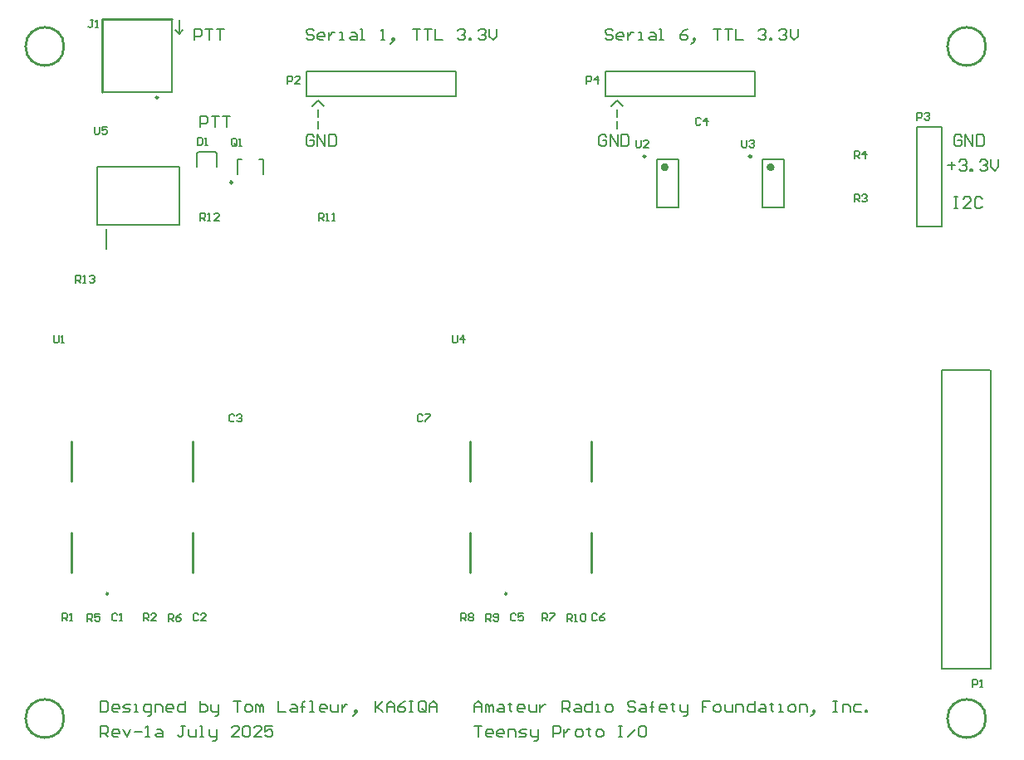
<source format=gto>
G04*
G04 #@! TF.GenerationSoftware,Altium Limited,Altium Designer,19.1.8 (144)*
G04*
G04 Layer_Color=65535*
%FSLAX25Y25*%
%MOIN*%
G70*
G01*
G75*
%ADD10C,0.00984*%
%ADD11C,0.01000*%
%ADD12C,0.01575*%
%ADD13C,0.00787*%
%ADD14C,0.00500*%
%ADD15C,0.00800*%
D10*
X60492Y264500D02*
G03*
X60492Y264500I-492J0D01*
G01*
X90315Y230374D02*
G03*
X90315Y230374I-492J0D01*
G01*
X256142Y240846D02*
G03*
X256142Y240846I-492J0D01*
G01*
X298642D02*
G03*
X298642Y240846I-492J0D01*
G01*
D11*
X200351Y65106D02*
G03*
X200351Y65106I-323J0D01*
G01*
X392703Y285000D02*
G03*
X392703Y285000I-7703J0D01*
G01*
X22703D02*
G03*
X22703Y285000I-7703J0D01*
G01*
X392703Y15000D02*
G03*
X392703Y15000I-7703J0D01*
G01*
X22703D02*
G03*
X22703Y15000I-7703J0D01*
G01*
X40351Y65106D02*
G03*
X40351Y65106I-323J0D01*
G01*
X37996Y266800D02*
Y295973D01*
X65905Y296000D01*
X234409Y73622D02*
Y89764D01*
Y110236D02*
Y126378D01*
X185591Y73622D02*
Y89764D01*
Y110236D02*
Y126378D01*
X25591Y110236D02*
Y126378D01*
Y73622D02*
Y89764D01*
X74409Y110236D02*
Y126378D01*
Y73622D02*
Y89764D01*
D12*
X264606Y236496D02*
G03*
X264606Y236496I-787J0D01*
G01*
X307106D02*
G03*
X307106Y236496I-787J0D01*
G01*
D13*
X83900Y236582D02*
Y241900D01*
X83300Y242500D02*
X83900Y241900D01*
X76120Y236641D02*
Y241920D01*
X76700Y242500D01*
X83300D01*
X65905Y266800D02*
Y296000D01*
X38000Y266800D02*
X65905D01*
X68937Y290138D02*
X70433Y291634D01*
X67441D02*
X68937Y290138D01*
Y295689D01*
X365000Y212500D02*
X375000D01*
X365000D02*
Y252500D01*
X375000Y212500D02*
Y252500D01*
X365000D02*
X375000D01*
X240000Y265000D02*
X300000D01*
X240000Y275000D02*
X300000D01*
X240000Y265000D02*
Y275000D01*
X300000Y265000D02*
Y275000D01*
X102618Y233819D02*
Y239626D01*
X92382Y233819D02*
Y239626D01*
X94154D01*
X100846D02*
X102618D01*
X36004Y213189D02*
Y236811D01*
X68996D01*
Y213189D02*
Y236811D01*
X36004Y213189D02*
X68996D01*
X39547Y203740D02*
Y211811D01*
X375000Y35000D02*
Y154970D01*
Y35000D02*
X385000D01*
X375000Y154970D02*
X394500D01*
X394576Y34970D02*
Y155000D01*
X384576Y34970D02*
X394576D01*
X260669Y220354D02*
Y239646D01*
X269331Y220354D02*
Y239646D01*
X260669D02*
X269331D01*
X260669Y220354D02*
X269331D01*
X303169D02*
Y239646D01*
X311831Y220354D02*
Y239646D01*
X303169D02*
X311831D01*
X303169Y220354D02*
X311831D01*
X120000Y265000D02*
X180000D01*
X120000Y275000D02*
X180000D01*
X120000Y265000D02*
Y275000D01*
X180000Y265000D02*
Y275000D01*
D14*
X76200Y248439D02*
Y245440D01*
X77700D01*
X78199Y245940D01*
Y247939D01*
X77700Y248439D01*
X76200D01*
X79199Y245440D02*
X80199D01*
X79699D01*
Y248439D01*
X79199Y247939D01*
X34499Y295499D02*
X33500D01*
X33999D01*
Y293000D01*
X33500Y292500D01*
X33000D01*
X32500Y293000D01*
X35499Y292500D02*
X36499D01*
X35999D01*
Y295499D01*
X35499Y294999D01*
X365100Y255400D02*
Y258399D01*
X366599D01*
X367099Y257899D01*
Y256899D01*
X366599Y256400D01*
X365100D01*
X368099Y257899D02*
X368599Y258399D01*
X369599D01*
X370098Y257899D01*
Y257399D01*
X369599Y256899D01*
X369099D01*
X369599D01*
X370098Y256400D01*
Y255900D01*
X369599Y255400D01*
X368599D01*
X368099Y255900D01*
X232500Y270000D02*
Y272999D01*
X233999D01*
X234499Y272499D01*
Y271499D01*
X233999Y271000D01*
X232500D01*
X236999Y270000D02*
Y272999D01*
X235499Y271499D01*
X237498D01*
X91999Y245500D02*
Y247499D01*
X91500Y247999D01*
X90500D01*
X90000Y247499D01*
Y245500D01*
X90500Y245000D01*
X91500D01*
X91000Y246000D02*
X91999Y245000D01*
X91500D02*
X91999Y245500D01*
X92999Y245000D02*
X93999D01*
X93499D01*
Y247999D01*
X92999Y247499D01*
X27500Y190000D02*
Y192999D01*
X29000D01*
X29499Y192499D01*
Y191499D01*
X29000Y191000D01*
X27500D01*
X28500D02*
X29499Y190000D01*
X30499D02*
X31499D01*
X30999D01*
Y192999D01*
X30499Y192499D01*
X32998D02*
X33498Y192999D01*
X34498D01*
X34998Y192499D01*
Y191999D01*
X34498Y191499D01*
X33998D01*
X34498D01*
X34998Y191000D01*
Y190500D01*
X34498Y190000D01*
X33498D01*
X32998Y190500D01*
X178600Y168899D02*
Y166400D01*
X179100Y165900D01*
X180099D01*
X180599Y166400D01*
Y168899D01*
X183099Y165900D02*
Y168899D01*
X181599Y167400D01*
X183598D01*
X34900Y252799D02*
Y250300D01*
X35400Y249800D01*
X36399D01*
X36899Y250300D01*
Y252799D01*
X39898D02*
X37899D01*
Y251300D01*
X38899Y251799D01*
X39399D01*
X39898Y251300D01*
Y250300D01*
X39399Y249800D01*
X38399D01*
X37899Y250300D01*
X387500Y27500D02*
Y30499D01*
X389000D01*
X389499Y29999D01*
Y29000D01*
X389000Y28500D01*
X387500D01*
X390499Y27500D02*
X391499D01*
X390999D01*
Y30499D01*
X390499Y29999D01*
X252250Y247349D02*
Y244850D01*
X252750Y244350D01*
X253749D01*
X254249Y244850D01*
Y247349D01*
X257248Y244350D02*
X255249D01*
X257248Y246349D01*
Y246849D01*
X256749Y247349D01*
X255749D01*
X255249Y246849D01*
X294750Y247349D02*
Y244850D01*
X295250Y244350D01*
X296250D01*
X296749Y244850D01*
Y247349D01*
X297749Y246849D02*
X298249Y247349D01*
X299249D01*
X299748Y246849D01*
Y246349D01*
X299249Y245849D01*
X298749D01*
X299249D01*
X299748Y245350D01*
Y244850D01*
X299249Y244350D01*
X298249D01*
X297749Y244850D01*
X224650Y54150D02*
Y57149D01*
X226150D01*
X226649Y56649D01*
Y55650D01*
X226150Y55150D01*
X224650D01*
X225650D02*
X226649Y54150D01*
X227649D02*
X228649D01*
X228149D01*
Y57149D01*
X227649Y56649D01*
X230148D02*
X230648Y57149D01*
X231648D01*
X232148Y56649D01*
Y54650D01*
X231648Y54150D01*
X230648D01*
X230148Y54650D01*
Y56649D01*
X112500Y270000D02*
Y272999D01*
X113999D01*
X114499Y272499D01*
Y271499D01*
X113999Y271000D01*
X112500D01*
X117498Y270000D02*
X115499D01*
X117498Y271999D01*
Y272499D01*
X116999Y272999D01*
X115999D01*
X115499Y272499D01*
X125000Y215000D02*
Y217999D01*
X126499D01*
X126999Y217499D01*
Y216499D01*
X126499Y216000D01*
X125000D01*
X126000D02*
X126999Y215000D01*
X127999D02*
X128999D01*
X128499D01*
Y217999D01*
X127999Y217499D01*
X130498Y215000D02*
X131498D01*
X130998D01*
Y217999D01*
X130498Y217499D01*
X77500Y215000D02*
Y217999D01*
X79000D01*
X79499Y217499D01*
Y216499D01*
X79000Y216000D01*
X77500D01*
X78500D02*
X79499Y215000D01*
X80499D02*
X81499D01*
X80999D01*
Y217999D01*
X80499Y217499D01*
X84998Y215000D02*
X82998D01*
X84998Y216999D01*
Y217499D01*
X84498Y217999D01*
X83498D01*
X82998Y217499D01*
X340000Y240000D02*
Y242999D01*
X341499D01*
X341999Y242499D01*
Y241499D01*
X341499Y241000D01*
X340000D01*
X341000D02*
X341999Y240000D01*
X344498D02*
Y242999D01*
X342999Y241499D01*
X344998D01*
X340000Y222500D02*
Y225499D01*
X341499D01*
X341999Y224999D01*
Y224000D01*
X341499Y223500D01*
X340000D01*
X341000D02*
X341999Y222500D01*
X342999Y224999D02*
X343499Y225499D01*
X344498D01*
X344998Y224999D01*
Y224499D01*
X344498Y224000D01*
X343999D01*
X344498D01*
X344998Y223500D01*
Y223000D01*
X344498Y222500D01*
X343499D01*
X342999Y223000D01*
X32150Y54150D02*
Y57149D01*
X33650D01*
X34149Y56649D01*
Y55650D01*
X33650Y55150D01*
X32150D01*
X33150D02*
X34149Y54150D01*
X37148Y57149D02*
X35149D01*
Y55650D01*
X36149Y56149D01*
X36649D01*
X37148Y55650D01*
Y54650D01*
X36649Y54150D01*
X35649D01*
X35149Y54650D01*
X64650Y54150D02*
Y57149D01*
X66149D01*
X66649Y56649D01*
Y55650D01*
X66149Y55150D01*
X64650D01*
X65650D02*
X66649Y54150D01*
X69648Y57149D02*
X68649Y56649D01*
X67649Y55650D01*
Y54650D01*
X68149Y54150D01*
X69149D01*
X69648Y54650D01*
Y55150D01*
X69149Y55650D01*
X67649D01*
X192150Y54150D02*
Y57149D01*
X193649D01*
X194149Y56649D01*
Y55650D01*
X193649Y55150D01*
X192150D01*
X193150D02*
X194149Y54150D01*
X195149Y54650D02*
X195649Y54150D01*
X196649D01*
X197148Y54650D01*
Y56649D01*
X196649Y57149D01*
X195649D01*
X195149Y56649D01*
Y56149D01*
X195649Y55650D01*
X197148D01*
X18600Y168899D02*
Y166400D01*
X19100Y165900D01*
X20099D01*
X20599Y166400D01*
Y168899D01*
X21599Y165900D02*
X22599D01*
X22099D01*
Y168899D01*
X21599Y168399D01*
X182100Y54200D02*
Y57199D01*
X183599D01*
X184099Y56699D01*
Y55699D01*
X183599Y55200D01*
X182100D01*
X183100D02*
X184099Y54200D01*
X185099Y56699D02*
X185599Y57199D01*
X186599D01*
X187098Y56699D01*
Y56199D01*
X186599Y55699D01*
X187098Y55200D01*
Y54700D01*
X186599Y54200D01*
X185599D01*
X185099Y54700D01*
Y55200D01*
X185599Y55699D01*
X185099Y56199D01*
Y56699D01*
X185599Y55699D02*
X186599D01*
X214600Y54200D02*
Y57199D01*
X216100D01*
X216599Y56699D01*
Y55699D01*
X216100Y55200D01*
X214600D01*
X215600D02*
X216599Y54200D01*
X217599Y57199D02*
X219598D01*
Y56699D01*
X217599Y54700D01*
Y54200D01*
X54600D02*
Y57199D01*
X56099D01*
X56599Y56699D01*
Y55699D01*
X56099Y55200D01*
X54600D01*
X55600D02*
X56599Y54200D01*
X59598D02*
X57599D01*
X59598Y56199D01*
Y56699D01*
X59099Y57199D01*
X58099D01*
X57599Y56699D01*
X22100Y54200D02*
Y57199D01*
X23599D01*
X24099Y56699D01*
Y55699D01*
X23599Y55200D01*
X22100D01*
X23100D02*
X24099Y54200D01*
X25099D02*
X26099D01*
X25599D01*
Y57199D01*
X25099Y56699D01*
X166599Y136699D02*
X166100Y137199D01*
X165100D01*
X164600Y136699D01*
Y134700D01*
X165100Y134200D01*
X166100D01*
X166599Y134700D01*
X167599Y137199D02*
X169598D01*
Y136699D01*
X167599Y134700D01*
Y134200D01*
X236599Y56699D02*
X236100Y57199D01*
X235100D01*
X234600Y56699D01*
Y54700D01*
X235100Y54200D01*
X236100D01*
X236599Y54700D01*
X239598Y57199D02*
X238599Y56699D01*
X237599Y55699D01*
Y54700D01*
X238099Y54200D01*
X239099D01*
X239598Y54700D01*
Y55200D01*
X239099Y55699D01*
X237599D01*
X204099Y56699D02*
X203600Y57199D01*
X202600D01*
X202100Y56699D01*
Y54700D01*
X202600Y54200D01*
X203600D01*
X204099Y54700D01*
X207098Y57199D02*
X205099D01*
Y55699D01*
X206099Y56199D01*
X206598D01*
X207098Y55699D01*
Y54700D01*
X206598Y54200D01*
X205599D01*
X205099Y54700D01*
X278299Y255899D02*
X277800Y256399D01*
X276800D01*
X276300Y255899D01*
Y253900D01*
X276800Y253400D01*
X277800D01*
X278299Y253900D01*
X280799Y253400D02*
Y256399D01*
X279299Y254900D01*
X281298D01*
X91099Y136699D02*
X90600Y137199D01*
X89600D01*
X89100Y136699D01*
Y134700D01*
X89600Y134200D01*
X90600D01*
X91099Y134700D01*
X92099Y136699D02*
X92599Y137199D01*
X93599D01*
X94098Y136699D01*
Y136199D01*
X93599Y135699D01*
X93099D01*
X93599D01*
X94098Y135200D01*
Y134700D01*
X93599Y134200D01*
X92599D01*
X92099Y134700D01*
X76599Y56699D02*
X76099Y57199D01*
X75100D01*
X74600Y56699D01*
Y54700D01*
X75100Y54200D01*
X76099D01*
X76599Y54700D01*
X79598Y54200D02*
X77599D01*
X79598Y56199D01*
Y56699D01*
X79099Y57199D01*
X78099D01*
X77599Y56699D01*
X44099D02*
X43600Y57199D01*
X42600D01*
X42100Y56699D01*
Y54700D01*
X42600Y54200D01*
X43600D01*
X44099Y54700D01*
X45099Y54200D02*
X46099D01*
X45599D01*
Y57199D01*
X45099Y56699D01*
D15*
X75000Y287500D02*
Y291999D01*
X77249D01*
X77999Y291249D01*
Y289749D01*
X77249Y289000D01*
X75000D01*
X79499Y291999D02*
X82498D01*
X80998D01*
Y287500D01*
X83997Y291999D02*
X86996D01*
X85497D01*
Y287500D01*
X377500Y237249D02*
X380499D01*
X378999Y238749D02*
Y235750D01*
X381998Y238749D02*
X382748Y239498D01*
X384248D01*
X384998Y238749D01*
Y237999D01*
X384248Y237249D01*
X383498D01*
X384248D01*
X384998Y236500D01*
Y235750D01*
X384248Y235000D01*
X382748D01*
X381998Y235750D01*
X386497Y235000D02*
Y235750D01*
X387247D01*
Y235000D01*
X386497D01*
X390246Y238749D02*
X390996Y239498D01*
X392495D01*
X393245Y238749D01*
Y237999D01*
X392495Y237249D01*
X391745D01*
X392495D01*
X393245Y236500D01*
Y235750D01*
X392495Y235000D01*
X390996D01*
X390246Y235750D01*
X394744Y239498D02*
Y236500D01*
X396244Y235000D01*
X397744Y236500D01*
Y239498D01*
X382999Y248749D02*
X382249Y249499D01*
X380750D01*
X380000Y248749D01*
Y245750D01*
X380750Y245000D01*
X382249D01*
X382999Y245750D01*
Y247249D01*
X381500D01*
X384499Y245000D02*
Y249499D01*
X387498Y245000D01*
Y249499D01*
X388997D02*
Y245000D01*
X391246D01*
X391996Y245750D01*
Y248749D01*
X391246Y249499D01*
X388997D01*
X240499Y248749D02*
X239749Y249499D01*
X238250D01*
X237500Y248749D01*
Y245750D01*
X238250Y245000D01*
X239749D01*
X240499Y245750D01*
Y247249D01*
X239000D01*
X241999Y245000D02*
Y249499D01*
X244998Y245000D01*
Y249499D01*
X246497D02*
Y245000D01*
X248746D01*
X249496Y245750D01*
Y248749D01*
X248746Y249499D01*
X246497D01*
X122999Y248749D02*
X122249Y249499D01*
X120750D01*
X120000Y248749D01*
Y245750D01*
X120750Y245000D01*
X122249D01*
X122999Y245750D01*
Y247249D01*
X121500D01*
X124499Y245000D02*
Y249499D01*
X127498Y245000D01*
Y249499D01*
X128997D02*
Y245000D01*
X131246D01*
X131996Y245750D01*
Y248749D01*
X131246Y249499D01*
X128997D01*
X244751Y252000D02*
Y254999D01*
Y256499D02*
Y259498D01*
X247000Y260997D02*
X244751Y263246D01*
X242501Y260997D01*
X124751Y252000D02*
Y254999D01*
Y256499D02*
Y259498D01*
X127000Y260997D02*
X124751Y263246D01*
X122501Y260997D01*
X187500Y11999D02*
X190499D01*
X188999D01*
Y7500D01*
X194248D02*
X192748D01*
X191999Y8250D01*
Y9749D01*
X192748Y10499D01*
X194248D01*
X194998Y9749D01*
Y8999D01*
X191999D01*
X198746Y7500D02*
X197247D01*
X196497Y8250D01*
Y9749D01*
X197247Y10499D01*
X198746D01*
X199496Y9749D01*
Y8999D01*
X196497D01*
X200996Y7500D02*
Y10499D01*
X203245D01*
X203995Y9749D01*
Y7500D01*
X205494D02*
X207744D01*
X208493Y8250D01*
X207744Y8999D01*
X206244D01*
X205494Y9749D01*
X206244Y10499D01*
X208493D01*
X209993D02*
Y8250D01*
X210742Y7500D01*
X212992D01*
Y6750D01*
X212242Y6001D01*
X211492D01*
X212992Y7500D02*
Y10499D01*
X218990Y7500D02*
Y11999D01*
X221239D01*
X221989Y11249D01*
Y9749D01*
X221239Y8999D01*
X218990D01*
X223488Y10499D02*
Y7500D01*
Y8999D01*
X224238Y9749D01*
X224988Y10499D01*
X225738D01*
X228737Y7500D02*
X230236D01*
X230986Y8250D01*
Y9749D01*
X230236Y10499D01*
X228737D01*
X227987Y9749D01*
Y8250D01*
X228737Y7500D01*
X233235Y11249D02*
Y10499D01*
X232486D01*
X233985D01*
X233235D01*
Y8250D01*
X233985Y7500D01*
X236984D02*
X238484D01*
X239233Y8250D01*
Y9749D01*
X238484Y10499D01*
X236984D01*
X236234Y9749D01*
Y8250D01*
X236984Y7500D01*
X245231Y11999D02*
X246731D01*
X245981D01*
Y7500D01*
X245231D01*
X246731D01*
X248980D02*
X251979Y10499D01*
X255728Y11999D02*
X254228D01*
X253479Y11249D01*
Y8250D01*
X254228Y7500D01*
X255728D01*
X256478Y8250D01*
Y11249D01*
X255728Y11999D01*
X187500Y17500D02*
Y20499D01*
X188999Y21999D01*
X190499Y20499D01*
Y17500D01*
Y19749D01*
X187500D01*
X191999Y17500D02*
Y20499D01*
X192748D01*
X193498Y19749D01*
Y17500D01*
Y19749D01*
X194248Y20499D01*
X194998Y19749D01*
Y17500D01*
X197247Y20499D02*
X198746D01*
X199496Y19749D01*
Y17500D01*
X197247D01*
X196497Y18250D01*
X197247Y19000D01*
X199496D01*
X201745Y21249D02*
Y20499D01*
X200996D01*
X202495D01*
X201745D01*
Y18250D01*
X202495Y17500D01*
X206994D02*
X205494D01*
X204744Y18250D01*
Y19749D01*
X205494Y20499D01*
X206994D01*
X207744Y19749D01*
Y19000D01*
X204744D01*
X209243Y20499D02*
Y18250D01*
X209993Y17500D01*
X212242D01*
Y20499D01*
X213741D02*
Y17500D01*
Y19000D01*
X214491Y19749D01*
X215241Y20499D01*
X215991D01*
X222739Y17500D02*
Y21999D01*
X224988D01*
X225738Y21249D01*
Y19749D01*
X224988Y19000D01*
X222739D01*
X224238D02*
X225738Y17500D01*
X227987Y20499D02*
X229486D01*
X230236Y19749D01*
Y17500D01*
X227987D01*
X227237Y18250D01*
X227987Y19000D01*
X230236D01*
X234735Y21999D02*
Y17500D01*
X232486D01*
X231736Y18250D01*
Y19749D01*
X232486Y20499D01*
X234735D01*
X236234Y17500D02*
X237734D01*
X236984D01*
Y20499D01*
X236234D01*
X240733Y17500D02*
X242232D01*
X242982Y18250D01*
Y19749D01*
X242232Y20499D01*
X240733D01*
X239983Y19749D01*
Y18250D01*
X240733Y17500D01*
X251979Y21249D02*
X251229Y21999D01*
X249730D01*
X248980Y21249D01*
Y20499D01*
X249730Y19749D01*
X251229D01*
X251979Y19000D01*
Y18250D01*
X251229Y17500D01*
X249730D01*
X248980Y18250D01*
X254228Y20499D02*
X255728D01*
X256478Y19749D01*
Y17500D01*
X254228D01*
X253479Y18250D01*
X254228Y19000D01*
X256478D01*
X258727Y17500D02*
Y21249D01*
Y19749D01*
X257977D01*
X259477D01*
X258727D01*
Y21249D01*
X259477Y21999D01*
X263975Y17500D02*
X262476D01*
X261726Y18250D01*
Y19749D01*
X262476Y20499D01*
X263975D01*
X264725Y19749D01*
Y19000D01*
X261726D01*
X266974Y21249D02*
Y20499D01*
X266225D01*
X267724D01*
X266974D01*
Y18250D01*
X267724Y17500D01*
X269973Y20499D02*
Y18250D01*
X270723Y17500D01*
X272972D01*
Y16750D01*
X272223Y16001D01*
X271473D01*
X272972Y17500D02*
Y20499D01*
X281969Y21999D02*
X278971D01*
Y19749D01*
X280470D01*
X278971D01*
Y17500D01*
X284219D02*
X285718D01*
X286468Y18250D01*
Y19749D01*
X285718Y20499D01*
X284219D01*
X283469Y19749D01*
Y18250D01*
X284219Y17500D01*
X287968Y20499D02*
Y18250D01*
X288717Y17500D01*
X290967D01*
Y20499D01*
X292466Y17500D02*
Y20499D01*
X294715D01*
X295465Y19749D01*
Y17500D01*
X299964Y21999D02*
Y17500D01*
X297714D01*
X296965Y18250D01*
Y19749D01*
X297714Y20499D01*
X299964D01*
X302213D02*
X303713D01*
X304462Y19749D01*
Y17500D01*
X302213D01*
X301463Y18250D01*
X302213Y19000D01*
X304462D01*
X306712Y21249D02*
Y20499D01*
X305962D01*
X307461D01*
X306712D01*
Y18250D01*
X307461Y17500D01*
X309711D02*
X311210D01*
X310460D01*
Y20499D01*
X309711D01*
X314209Y17500D02*
X315709D01*
X316458Y18250D01*
Y19749D01*
X315709Y20499D01*
X314209D01*
X313459Y19749D01*
Y18250D01*
X314209Y17500D01*
X317958D02*
Y20499D01*
X320207D01*
X320957Y19749D01*
Y17500D01*
X323206Y16750D02*
X323956Y17500D01*
Y18250D01*
X323206D01*
Y17500D01*
X323956D01*
X323206Y16750D01*
X322457Y16001D01*
X331454Y21999D02*
X332953D01*
X332203D01*
Y17500D01*
X331454D01*
X332953D01*
X335202D02*
Y20499D01*
X337452D01*
X338201Y19749D01*
Y17500D01*
X342700Y20499D02*
X340451D01*
X339701Y19749D01*
Y18250D01*
X340451Y17500D01*
X342700D01*
X344199D02*
Y18250D01*
X344949D01*
Y17500D01*
X344199D01*
X37500Y7500D02*
Y11999D01*
X39749D01*
X40499Y11249D01*
Y9749D01*
X39749Y8999D01*
X37500D01*
X39000D02*
X40499Y7500D01*
X44248D02*
X42748D01*
X41999Y8250D01*
Y9749D01*
X42748Y10499D01*
X44248D01*
X44998Y9749D01*
Y8999D01*
X41999D01*
X46497Y10499D02*
X47997Y7500D01*
X49496Y10499D01*
X50996Y9749D02*
X53995D01*
X55494Y7500D02*
X56994D01*
X56244D01*
Y11999D01*
X55494Y11249D01*
X59993Y10499D02*
X61492D01*
X62242Y9749D01*
Y7500D01*
X59993D01*
X59243Y8250D01*
X59993Y8999D01*
X62242D01*
X71239Y11999D02*
X69740D01*
X70489D01*
Y8250D01*
X69740Y7500D01*
X68990D01*
X68240Y8250D01*
X72739Y10499D02*
Y8250D01*
X73488Y7500D01*
X75738D01*
Y10499D01*
X77237Y7500D02*
X78737D01*
X77987D01*
Y11999D01*
X77237D01*
X80986Y10499D02*
Y8250D01*
X81736Y7500D01*
X83985D01*
Y6750D01*
X83235Y6001D01*
X82486D01*
X83985Y7500D02*
Y10499D01*
X92982Y7500D02*
X89983D01*
X92982Y10499D01*
Y11249D01*
X92232Y11999D01*
X90733D01*
X89983Y11249D01*
X94482D02*
X95231Y11999D01*
X96731D01*
X97481Y11249D01*
Y8250D01*
X96731Y7500D01*
X95231D01*
X94482Y8250D01*
Y11249D01*
X101979Y7500D02*
X98980D01*
X101979Y10499D01*
Y11249D01*
X101229Y11999D01*
X99730D01*
X98980Y11249D01*
X106478Y11999D02*
X103479D01*
Y9749D01*
X104978Y10499D01*
X105728D01*
X106478Y9749D01*
Y8250D01*
X105728Y7500D01*
X104228D01*
X103479Y8250D01*
X37500Y21999D02*
Y17500D01*
X39749D01*
X40499Y18250D01*
Y21249D01*
X39749Y21999D01*
X37500D01*
X44248Y17500D02*
X42748D01*
X41999Y18250D01*
Y19749D01*
X42748Y20499D01*
X44248D01*
X44998Y19749D01*
Y19000D01*
X41999D01*
X46497Y17500D02*
X48746D01*
X49496Y18250D01*
X48746Y19000D01*
X47247D01*
X46497Y19749D01*
X47247Y20499D01*
X49496D01*
X50996Y17500D02*
X52495D01*
X51745D01*
Y20499D01*
X50996D01*
X56244Y16001D02*
X56994D01*
X57744Y16750D01*
Y20499D01*
X55494D01*
X54744Y19749D01*
Y18250D01*
X55494Y17500D01*
X57744D01*
X59243D02*
Y20499D01*
X61492D01*
X62242Y19749D01*
Y17500D01*
X65991D02*
X64491D01*
X63741Y18250D01*
Y19749D01*
X64491Y20499D01*
X65991D01*
X66741Y19749D01*
Y19000D01*
X63741D01*
X71239Y21999D02*
Y17500D01*
X68990D01*
X68240Y18250D01*
Y19749D01*
X68990Y20499D01*
X71239D01*
X77237Y21999D02*
Y17500D01*
X79487D01*
X80236Y18250D01*
Y19000D01*
Y19749D01*
X79487Y20499D01*
X77237D01*
X81736D02*
Y18250D01*
X82486Y17500D01*
X84735D01*
Y16750D01*
X83985Y16001D01*
X83235D01*
X84735Y17500D02*
Y20499D01*
X90733Y21999D02*
X93732D01*
X92232D01*
Y17500D01*
X95981D02*
X97481D01*
X98230Y18250D01*
Y19749D01*
X97481Y20499D01*
X95981D01*
X95231Y19749D01*
Y18250D01*
X95981Y17500D01*
X99730D02*
Y20499D01*
X100480D01*
X101230Y19749D01*
Y17500D01*
Y19749D01*
X101979Y20499D01*
X102729Y19749D01*
Y17500D01*
X108727Y21999D02*
Y17500D01*
X111726D01*
X113975Y20499D02*
X115475D01*
X116225Y19749D01*
Y17500D01*
X113975D01*
X113226Y18250D01*
X113975Y19000D01*
X116225D01*
X118474Y17500D02*
Y21249D01*
Y19749D01*
X117724D01*
X119224D01*
X118474D01*
Y21249D01*
X119224Y21999D01*
X121473Y17500D02*
X122973D01*
X122223D01*
Y21999D01*
X121473D01*
X127471Y17500D02*
X125971D01*
X125222Y18250D01*
Y19749D01*
X125971Y20499D01*
X127471D01*
X128221Y19749D01*
Y19000D01*
X125222D01*
X129720Y20499D02*
Y18250D01*
X130470Y17500D01*
X132719D01*
Y20499D01*
X134219D02*
Y17500D01*
Y19000D01*
X134969Y19749D01*
X135718Y20499D01*
X136468D01*
X139467Y16750D02*
X140217Y17500D01*
Y18250D01*
X139467D01*
Y17500D01*
X140217D01*
X139467Y16750D01*
X138717Y16001D01*
X147714Y21999D02*
Y17500D01*
Y19000D01*
X150714Y21999D01*
X148464Y19749D01*
X150714Y17500D01*
X152213D02*
Y20499D01*
X153712Y21999D01*
X155212Y20499D01*
Y17500D01*
Y19749D01*
X152213D01*
X159711Y21999D02*
X158211Y21249D01*
X156712Y19749D01*
Y18250D01*
X157461Y17500D01*
X158961D01*
X159711Y18250D01*
Y19000D01*
X158961Y19749D01*
X156712D01*
X161210Y21999D02*
X162710D01*
X161960D01*
Y17500D01*
X161210D01*
X162710D01*
X167958Y18250D02*
Y21249D01*
X167208Y21999D01*
X165709D01*
X164959Y21249D01*
Y18250D01*
X165709Y17500D01*
X167208D01*
X166458Y19000D02*
X167958Y17500D01*
X167208D02*
X167958Y18250D01*
X169457Y17500D02*
Y20499D01*
X170957Y21999D01*
X172457Y20499D01*
Y17500D01*
Y19749D01*
X169457D01*
X380000Y224499D02*
X381500D01*
X380750D01*
Y220000D01*
X380000D01*
X381500D01*
X386748D02*
X383749D01*
X386748Y222999D01*
Y223749D01*
X385998Y224499D01*
X384499D01*
X383749Y223749D01*
X391246D02*
X390497Y224499D01*
X388997D01*
X388247Y223749D01*
Y220750D01*
X388997Y220000D01*
X390497D01*
X391246Y220750D01*
X242999Y291249D02*
X242249Y291999D01*
X240750D01*
X240000Y291249D01*
Y290499D01*
X240750Y289749D01*
X242249D01*
X242999Y289000D01*
Y288250D01*
X242249Y287500D01*
X240750D01*
X240000Y288250D01*
X246748Y287500D02*
X245248D01*
X244498Y288250D01*
Y289749D01*
X245248Y290499D01*
X246748D01*
X247498Y289749D01*
Y289000D01*
X244498D01*
X248997Y290499D02*
Y287500D01*
Y289000D01*
X249747Y289749D01*
X250497Y290499D01*
X251246D01*
X253496Y287500D02*
X254995D01*
X254245D01*
Y290499D01*
X253496D01*
X257994D02*
X259494D01*
X260244Y289749D01*
Y287500D01*
X257994D01*
X257244Y288250D01*
X257994Y289000D01*
X260244D01*
X261743Y287500D02*
X263243D01*
X262493D01*
Y291999D01*
X261743D01*
X272989D02*
X271490Y291249D01*
X269990Y289749D01*
Y288250D01*
X270740Y287500D01*
X272240D01*
X272989Y288250D01*
Y289000D01*
X272240Y289749D01*
X269990D01*
X275239Y286750D02*
X275988Y287500D01*
Y288250D01*
X275239D01*
Y287500D01*
X275988D01*
X275239Y286750D01*
X274489Y286000D01*
X283486Y291999D02*
X286485D01*
X284985D01*
Y287500D01*
X287984Y291999D02*
X290984D01*
X289484D01*
Y287500D01*
X292483Y291999D02*
Y287500D01*
X295482D01*
X301480Y291249D02*
X302230Y291999D01*
X303729D01*
X304479Y291249D01*
Y290499D01*
X303729Y289749D01*
X302980D01*
X303729D01*
X304479Y289000D01*
Y288250D01*
X303729Y287500D01*
X302230D01*
X301480Y288250D01*
X305979Y287500D02*
Y288250D01*
X306729D01*
Y287500D01*
X305979D01*
X309728Y291249D02*
X310477Y291999D01*
X311977D01*
X312726Y291249D01*
Y290499D01*
X311977Y289749D01*
X311227D01*
X311977D01*
X312726Y289000D01*
Y288250D01*
X311977Y287500D01*
X310477D01*
X309728Y288250D01*
X314226Y291999D02*
Y289000D01*
X315726Y287500D01*
X317225Y289000D01*
Y291999D01*
X122999Y291249D02*
X122249Y291999D01*
X120750D01*
X120000Y291249D01*
Y290499D01*
X120750Y289749D01*
X122249D01*
X122999Y289000D01*
Y288250D01*
X122249Y287500D01*
X120750D01*
X120000Y288250D01*
X126748Y287500D02*
X125248D01*
X124499Y288250D01*
Y289749D01*
X125248Y290499D01*
X126748D01*
X127498Y289749D01*
Y289000D01*
X124499D01*
X128997Y290499D02*
Y287500D01*
Y289000D01*
X129747Y289749D01*
X130497Y290499D01*
X131246D01*
X133496Y287500D02*
X134995D01*
X134245D01*
Y290499D01*
X133496D01*
X137994D02*
X139494D01*
X140243Y289749D01*
Y287500D01*
X137994D01*
X137244Y288250D01*
X137994Y289000D01*
X140243D01*
X141743Y287500D02*
X143243D01*
X142493D01*
Y291999D01*
X141743D01*
X149990Y287500D02*
X151490D01*
X150740D01*
Y291999D01*
X149990Y291249D01*
X154489Y286750D02*
X155239Y287500D01*
Y288250D01*
X154489D01*
Y287500D01*
X155239D01*
X154489Y286750D01*
X153739Y286000D01*
X162736Y291999D02*
X165735D01*
X164236D01*
Y287500D01*
X167235Y291999D02*
X170234D01*
X168734D01*
Y287500D01*
X171733Y291999D02*
Y287500D01*
X174732D01*
X180730Y291249D02*
X181480Y291999D01*
X182980D01*
X183729Y291249D01*
Y290499D01*
X182980Y289749D01*
X182230D01*
X182980D01*
X183729Y289000D01*
Y288250D01*
X182980Y287500D01*
X181480D01*
X180730Y288250D01*
X185229Y287500D02*
Y288250D01*
X185979D01*
Y287500D01*
X185229D01*
X188978Y291249D02*
X189727Y291999D01*
X191227D01*
X191977Y291249D01*
Y290499D01*
X191227Y289749D01*
X190477D01*
X191227D01*
X191977Y289000D01*
Y288250D01*
X191227Y287500D01*
X189727D01*
X188978Y288250D01*
X193476Y291999D02*
Y289000D01*
X194976Y287500D01*
X196475Y289000D01*
Y291999D01*
X77500Y252500D02*
Y256998D01*
X79749D01*
X80499Y256249D01*
Y254749D01*
X79749Y253999D01*
X77500D01*
X81999Y256998D02*
X84998D01*
X83498D01*
Y252500D01*
X86497Y256998D02*
X89496D01*
X87997D01*
Y252500D01*
M02*

</source>
